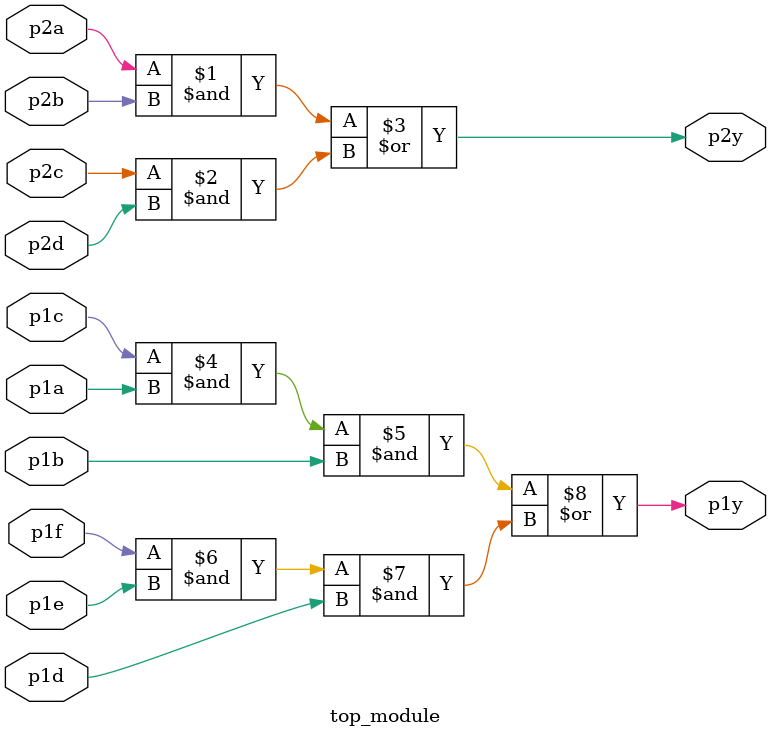
<source format=sv>
module top_module ( 
    input p1a, p1b, p1c, p1d, p1e, p1f,
    output p1y,
    input p2a, p2b, p2c, p2d,
    output p2y );
    
//You may choose to use an assign statement to drive each of the output wires, or you may choose to declare (four) wires for use as intermediate signals

    assign p2y = (p2a & p2b) | (p2c & p2d);
    assign p1y = (p1c & p1a & p1b) | (p1f & p1e & p1d);
    
endmodule

</source>
